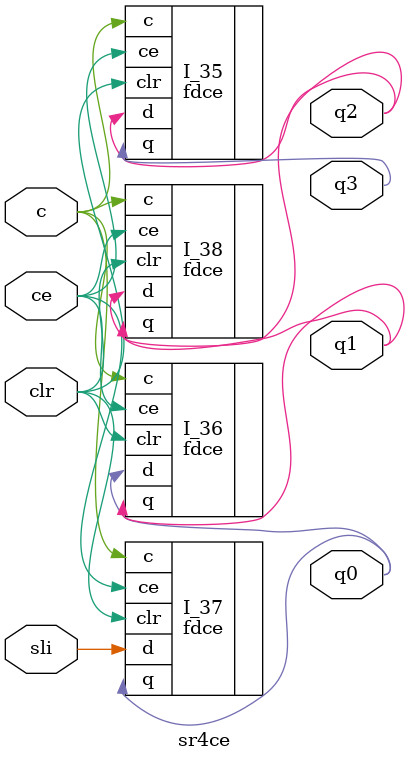
<source format=v>

module sr4ce( q0, q1, q2, q3, c, ce, clr, sli );

output  q0, q1, q2, q3;


input  c, ce, clr, sli;





specify 
    specparam CDS_LIBNAME  = "xc7000";
    specparam CDS_CELLNAME = "sr4ce";
    specparam CDS_VIEWNAME = "schematic";
endspecify

fdce  I_35( .d(q2), .clr(clr), .ce(ce), .q(q3), .c(c));
fdce  I_37( .d(sli), .clr(clr), .ce(ce), .q(q0), .c(c));
fdce  I_36( .d(q0), .clr(clr), .ce(ce), .q(q1), .c(c));
fdce  I_38( .d(q1), .clr(clr), .ce(ce), .q(q2), .c(c));

endmodule

</source>
